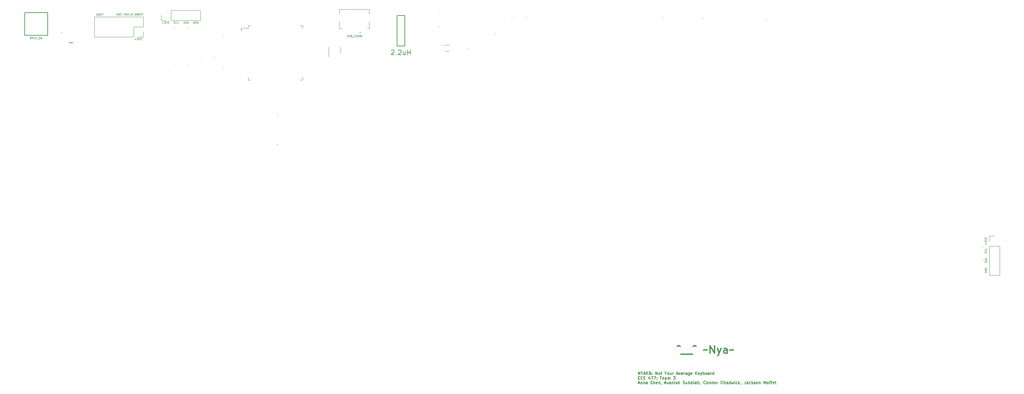
<source format=gbr>
%TF.GenerationSoftware,KiCad,Pcbnew,6.0.2+dfsg-1*%
%TF.CreationDate,2022-10-18T16:07:56-04:00*%
%TF.ProjectId,main-keyboard-pcb,6d61696e-2d6b-4657-9962-6f6172642d70,1.0*%
%TF.SameCoordinates,Original*%
%TF.FileFunction,Legend,Top*%
%TF.FilePolarity,Positive*%
%FSLAX46Y46*%
G04 Gerber Fmt 4.6, Leading zero omitted, Abs format (unit mm)*
G04 Created by KiCad (PCBNEW 6.0.2+dfsg-1) date 2022-10-18 16:07:56*
%MOMM*%
%LPD*%
G01*
G04 APERTURE LIST*
%ADD10C,0.125000*%
%ADD11C,0.150000*%
%ADD12C,0.300000*%
%ADD13C,0.200000*%
%ADD14C,0.100000*%
%ADD15C,0.120000*%
G04 APERTURE END LIST*
D10*
X145058571Y-82992190D02*
X145058571Y-82492190D01*
X145344285Y-82992190D01*
X145344285Y-82492190D01*
X145868095Y-82992190D02*
X145701428Y-82754095D01*
X145582380Y-82992190D02*
X145582380Y-82492190D01*
X145772857Y-82492190D01*
X145820476Y-82516000D01*
X145844285Y-82539809D01*
X145868095Y-82587428D01*
X145868095Y-82658857D01*
X145844285Y-82706476D01*
X145820476Y-82730285D01*
X145772857Y-82754095D01*
X145582380Y-82754095D01*
X146058571Y-82968380D02*
X146130000Y-82992190D01*
X146249047Y-82992190D01*
X146296666Y-82968380D01*
X146320476Y-82944571D01*
X146344285Y-82896952D01*
X146344285Y-82849333D01*
X146320476Y-82801714D01*
X146296666Y-82777904D01*
X146249047Y-82754095D01*
X146153809Y-82730285D01*
X146106190Y-82706476D01*
X146082380Y-82682666D01*
X146058571Y-82635047D01*
X146058571Y-82587428D01*
X146082380Y-82539809D01*
X146106190Y-82516000D01*
X146153809Y-82492190D01*
X146272857Y-82492190D01*
X146344285Y-82516000D01*
X146487142Y-82492190D02*
X146772857Y-82492190D01*
X146630000Y-82992190D02*
X146630000Y-82492190D01*
X377392380Y-145121238D02*
X377416190Y-145049809D01*
X377416190Y-144930761D01*
X377392380Y-144883142D01*
X377368571Y-144859333D01*
X377320952Y-144835523D01*
X377273333Y-144835523D01*
X377225714Y-144859333D01*
X377201904Y-144883142D01*
X377178095Y-144930761D01*
X377154285Y-145026000D01*
X377130476Y-145073619D01*
X377106666Y-145097428D01*
X377059047Y-145121238D01*
X377011428Y-145121238D01*
X376963809Y-145097428D01*
X376940000Y-145073619D01*
X376916190Y-145026000D01*
X376916190Y-144906952D01*
X376940000Y-144835523D01*
X377368571Y-144335523D02*
X377392380Y-144359333D01*
X377416190Y-144430761D01*
X377416190Y-144478380D01*
X377392380Y-144549809D01*
X377344761Y-144597428D01*
X377297142Y-144621238D01*
X377201904Y-144645047D01*
X377130476Y-144645047D01*
X377035238Y-144621238D01*
X376987619Y-144597428D01*
X376940000Y-144549809D01*
X376916190Y-144478380D01*
X376916190Y-144430761D01*
X376940000Y-144359333D01*
X376963809Y-144335523D01*
X377416190Y-143883142D02*
X377416190Y-144121238D01*
X376916190Y-144121238D01*
X165266761Y-85038380D02*
X165338190Y-85062190D01*
X165457238Y-85062190D01*
X165504857Y-85038380D01*
X165528666Y-85014571D01*
X165552476Y-84966952D01*
X165552476Y-84919333D01*
X165528666Y-84871714D01*
X165504857Y-84847904D01*
X165457238Y-84824095D01*
X165362000Y-84800285D01*
X165314380Y-84776476D01*
X165290571Y-84752666D01*
X165266761Y-84705047D01*
X165266761Y-84657428D01*
X165290571Y-84609809D01*
X165314380Y-84586000D01*
X165362000Y-84562190D01*
X165481047Y-84562190D01*
X165552476Y-84586000D01*
X166052476Y-85014571D02*
X166028666Y-85038380D01*
X165957238Y-85062190D01*
X165909619Y-85062190D01*
X165838190Y-85038380D01*
X165790571Y-84990761D01*
X165766761Y-84943142D01*
X165742952Y-84847904D01*
X165742952Y-84776476D01*
X165766761Y-84681238D01*
X165790571Y-84633619D01*
X165838190Y-84586000D01*
X165909619Y-84562190D01*
X165957238Y-84562190D01*
X166028666Y-84586000D01*
X166052476Y-84609809D01*
X166504857Y-85062190D02*
X166266761Y-85062190D01*
X166266761Y-84562190D01*
X162187047Y-84871714D02*
X162568000Y-84871714D01*
X162377523Y-85062190D02*
X162377523Y-84681238D01*
X162758476Y-84562190D02*
X163068000Y-84562190D01*
X162901333Y-84752666D01*
X162972761Y-84752666D01*
X163020380Y-84776476D01*
X163044190Y-84800285D01*
X163068000Y-84847904D01*
X163068000Y-84966952D01*
X163044190Y-85014571D01*
X163020380Y-85038380D01*
X162972761Y-85062190D01*
X162829904Y-85062190D01*
X162782285Y-85038380D01*
X162758476Y-85014571D01*
X163210857Y-84562190D02*
X163377523Y-85062190D01*
X163544190Y-84562190D01*
X163663238Y-84562190D02*
X163972761Y-84562190D01*
X163806095Y-84752666D01*
X163877523Y-84752666D01*
X163925142Y-84776476D01*
X163948952Y-84800285D01*
X163972761Y-84847904D01*
X163972761Y-84966952D01*
X163948952Y-85014571D01*
X163925142Y-85038380D01*
X163877523Y-85062190D01*
X163734666Y-85062190D01*
X163687047Y-85038380D01*
X163663238Y-85014571D01*
D11*
X286534071Y-176931785D02*
X286534071Y-176181785D01*
X286962642Y-176931785D01*
X286962642Y-176181785D01*
X287462642Y-176574642D02*
X287462642Y-176931785D01*
X287212642Y-176181785D02*
X287462642Y-176574642D01*
X287712642Y-176181785D01*
X287926928Y-176717500D02*
X288284071Y-176717500D01*
X287855500Y-176931785D02*
X288105500Y-176181785D01*
X288355500Y-176931785D01*
X288605500Y-176931785D02*
X288605500Y-176181785D01*
X289034071Y-176931785D02*
X288712642Y-176503214D01*
X289034071Y-176181785D02*
X288605500Y-176610357D01*
X289605500Y-176538928D02*
X289712642Y-176574642D01*
X289748357Y-176610357D01*
X289784071Y-176681785D01*
X289784071Y-176788928D01*
X289748357Y-176860357D01*
X289712642Y-176896071D01*
X289641214Y-176931785D01*
X289355500Y-176931785D01*
X289355500Y-176181785D01*
X289605500Y-176181785D01*
X289676928Y-176217500D01*
X289712642Y-176253214D01*
X289748357Y-176324642D01*
X289748357Y-176396071D01*
X289712642Y-176467500D01*
X289676928Y-176503214D01*
X289605500Y-176538928D01*
X289355500Y-176538928D01*
X290105500Y-176860357D02*
X290141214Y-176896071D01*
X290105500Y-176931785D01*
X290069785Y-176896071D01*
X290105500Y-176860357D01*
X290105500Y-176931785D01*
X290105500Y-176467500D02*
X290141214Y-176503214D01*
X290105500Y-176538928D01*
X290069785Y-176503214D01*
X290105500Y-176467500D01*
X290105500Y-176538928D01*
X291034071Y-176931785D02*
X291034071Y-176181785D01*
X291462642Y-176931785D01*
X291462642Y-176181785D01*
X291926928Y-176931785D02*
X291855500Y-176896071D01*
X291819785Y-176860357D01*
X291784071Y-176788928D01*
X291784071Y-176574642D01*
X291819785Y-176503214D01*
X291855500Y-176467500D01*
X291926928Y-176431785D01*
X292034071Y-176431785D01*
X292105500Y-176467500D01*
X292141214Y-176503214D01*
X292176928Y-176574642D01*
X292176928Y-176788928D01*
X292141214Y-176860357D01*
X292105500Y-176896071D01*
X292034071Y-176931785D01*
X291926928Y-176931785D01*
X292391214Y-176431785D02*
X292676928Y-176431785D01*
X292498357Y-176181785D02*
X292498357Y-176824642D01*
X292534071Y-176896071D01*
X292605500Y-176931785D01*
X292676928Y-176931785D01*
X293641214Y-176574642D02*
X293641214Y-176931785D01*
X293391214Y-176181785D02*
X293641214Y-176574642D01*
X293891214Y-176181785D01*
X294248357Y-176931785D02*
X294176928Y-176896071D01*
X294141214Y-176860357D01*
X294105500Y-176788928D01*
X294105500Y-176574642D01*
X294141214Y-176503214D01*
X294176928Y-176467500D01*
X294248357Y-176431785D01*
X294355500Y-176431785D01*
X294426928Y-176467500D01*
X294462642Y-176503214D01*
X294498357Y-176574642D01*
X294498357Y-176788928D01*
X294462642Y-176860357D01*
X294426928Y-176896071D01*
X294355500Y-176931785D01*
X294248357Y-176931785D01*
X295141214Y-176431785D02*
X295141214Y-176931785D01*
X294819785Y-176431785D02*
X294819785Y-176824642D01*
X294855500Y-176896071D01*
X294926928Y-176931785D01*
X295034071Y-176931785D01*
X295105500Y-176896071D01*
X295141214Y-176860357D01*
X295498357Y-176931785D02*
X295498357Y-176431785D01*
X295498357Y-176574642D02*
X295534071Y-176503214D01*
X295569785Y-176467500D01*
X295641214Y-176431785D01*
X295712642Y-176431785D01*
X296498357Y-176717500D02*
X296855500Y-176717500D01*
X296426928Y-176931785D02*
X296676928Y-176181785D01*
X296926928Y-176931785D01*
X297105500Y-176431785D02*
X297284071Y-176931785D01*
X297462642Y-176431785D01*
X298034071Y-176896071D02*
X297962642Y-176931785D01*
X297819785Y-176931785D01*
X297748357Y-176896071D01*
X297712642Y-176824642D01*
X297712642Y-176538928D01*
X297748357Y-176467500D01*
X297819785Y-176431785D01*
X297962642Y-176431785D01*
X298034071Y-176467500D01*
X298069785Y-176538928D01*
X298069785Y-176610357D01*
X297712642Y-176681785D01*
X298391214Y-176931785D02*
X298391214Y-176431785D01*
X298391214Y-176574642D02*
X298426928Y-176503214D01*
X298462642Y-176467500D01*
X298534071Y-176431785D01*
X298605500Y-176431785D01*
X299176928Y-176931785D02*
X299176928Y-176538928D01*
X299141214Y-176467500D01*
X299069785Y-176431785D01*
X298926928Y-176431785D01*
X298855500Y-176467500D01*
X299176928Y-176896071D02*
X299105500Y-176931785D01*
X298926928Y-176931785D01*
X298855500Y-176896071D01*
X298819785Y-176824642D01*
X298819785Y-176753214D01*
X298855500Y-176681785D01*
X298926928Y-176646071D01*
X299105500Y-176646071D01*
X299176928Y-176610357D01*
X299855500Y-176431785D02*
X299855500Y-177038928D01*
X299819785Y-177110357D01*
X299784071Y-177146071D01*
X299712642Y-177181785D01*
X299605500Y-177181785D01*
X299534071Y-177146071D01*
X299855500Y-176896071D02*
X299784071Y-176931785D01*
X299641214Y-176931785D01*
X299569785Y-176896071D01*
X299534071Y-176860357D01*
X299498357Y-176788928D01*
X299498357Y-176574642D01*
X299534071Y-176503214D01*
X299569785Y-176467500D01*
X299641214Y-176431785D01*
X299784071Y-176431785D01*
X299855500Y-176467500D01*
X300498357Y-176896071D02*
X300426928Y-176931785D01*
X300284071Y-176931785D01*
X300212642Y-176896071D01*
X300176928Y-176824642D01*
X300176928Y-176538928D01*
X300212642Y-176467500D01*
X300284071Y-176431785D01*
X300426928Y-176431785D01*
X300498357Y-176467500D01*
X300534071Y-176538928D01*
X300534071Y-176610357D01*
X300176928Y-176681785D01*
X301426928Y-176931785D02*
X301426928Y-176181785D01*
X301855500Y-176931785D02*
X301534071Y-176503214D01*
X301855500Y-176181785D02*
X301426928Y-176610357D01*
X302462642Y-176896071D02*
X302391214Y-176931785D01*
X302248357Y-176931785D01*
X302176928Y-176896071D01*
X302141214Y-176824642D01*
X302141214Y-176538928D01*
X302176928Y-176467500D01*
X302248357Y-176431785D01*
X302391214Y-176431785D01*
X302462642Y-176467500D01*
X302498357Y-176538928D01*
X302498357Y-176610357D01*
X302141214Y-176681785D01*
X302748357Y-176431785D02*
X302926928Y-176931785D01*
X303105500Y-176431785D02*
X302926928Y-176931785D01*
X302855500Y-177110357D01*
X302819785Y-177146071D01*
X302748357Y-177181785D01*
X303391214Y-176931785D02*
X303391214Y-176181785D01*
X303391214Y-176467500D02*
X303462642Y-176431785D01*
X303605500Y-176431785D01*
X303676928Y-176467500D01*
X303712642Y-176503214D01*
X303748357Y-176574642D01*
X303748357Y-176788928D01*
X303712642Y-176860357D01*
X303676928Y-176896071D01*
X303605500Y-176931785D01*
X303462642Y-176931785D01*
X303391214Y-176896071D01*
X304176928Y-176931785D02*
X304105500Y-176896071D01*
X304069785Y-176860357D01*
X304034071Y-176788928D01*
X304034071Y-176574642D01*
X304069785Y-176503214D01*
X304105500Y-176467500D01*
X304176928Y-176431785D01*
X304284071Y-176431785D01*
X304355500Y-176467500D01*
X304391214Y-176503214D01*
X304426928Y-176574642D01*
X304426928Y-176788928D01*
X304391214Y-176860357D01*
X304355500Y-176896071D01*
X304284071Y-176931785D01*
X304176928Y-176931785D01*
X305069785Y-176931785D02*
X305069785Y-176538928D01*
X305034071Y-176467500D01*
X304962642Y-176431785D01*
X304819785Y-176431785D01*
X304748357Y-176467500D01*
X305069785Y-176896071D02*
X304998357Y-176931785D01*
X304819785Y-176931785D01*
X304748357Y-176896071D01*
X304712642Y-176824642D01*
X304712642Y-176753214D01*
X304748357Y-176681785D01*
X304819785Y-176646071D01*
X304998357Y-176646071D01*
X305069785Y-176610357D01*
X305426928Y-176931785D02*
X305426928Y-176431785D01*
X305426928Y-176574642D02*
X305462642Y-176503214D01*
X305498357Y-176467500D01*
X305569785Y-176431785D01*
X305641214Y-176431785D01*
X306212642Y-176931785D02*
X306212642Y-176181785D01*
X306212642Y-176896071D02*
X306141214Y-176931785D01*
X305998357Y-176931785D01*
X305926928Y-176896071D01*
X305891214Y-176860357D01*
X305855500Y-176788928D01*
X305855500Y-176574642D01*
X305891214Y-176503214D01*
X305926928Y-176467500D01*
X305998357Y-176431785D01*
X306141214Y-176431785D01*
X306212642Y-176467500D01*
X286534071Y-177746428D02*
X286784071Y-177746428D01*
X286891214Y-178139285D02*
X286534071Y-178139285D01*
X286534071Y-177389285D01*
X286891214Y-177389285D01*
X287641214Y-178067857D02*
X287605500Y-178103571D01*
X287498357Y-178139285D01*
X287426928Y-178139285D01*
X287319785Y-178103571D01*
X287248357Y-178032142D01*
X287212642Y-177960714D01*
X287176928Y-177817857D01*
X287176928Y-177710714D01*
X287212642Y-177567857D01*
X287248357Y-177496428D01*
X287319785Y-177425000D01*
X287426928Y-177389285D01*
X287498357Y-177389285D01*
X287605500Y-177425000D01*
X287641214Y-177460714D01*
X287962642Y-177746428D02*
X288212642Y-177746428D01*
X288319785Y-178139285D02*
X287962642Y-178139285D01*
X287962642Y-177389285D01*
X288319785Y-177389285D01*
X289534071Y-177639285D02*
X289534071Y-178139285D01*
X289355500Y-177353571D02*
X289176928Y-177889285D01*
X289641214Y-177889285D01*
X289855500Y-177389285D02*
X290355500Y-177389285D01*
X290034071Y-178139285D01*
X290569785Y-177389285D02*
X291069785Y-177389285D01*
X290748357Y-178139285D01*
X291355500Y-178067857D02*
X291391214Y-178103571D01*
X291355500Y-178139285D01*
X291319785Y-178103571D01*
X291355500Y-178067857D01*
X291355500Y-178139285D01*
X291355500Y-177675000D02*
X291391214Y-177710714D01*
X291355500Y-177746428D01*
X291319785Y-177710714D01*
X291355500Y-177675000D01*
X291355500Y-177746428D01*
X292176928Y-177389285D02*
X292605500Y-177389285D01*
X292391214Y-178139285D02*
X292391214Y-177389285D01*
X293141214Y-178103571D02*
X293069785Y-178139285D01*
X292926928Y-178139285D01*
X292855500Y-178103571D01*
X292819785Y-178032142D01*
X292819785Y-177746428D01*
X292855500Y-177675000D01*
X292926928Y-177639285D01*
X293069785Y-177639285D01*
X293141214Y-177675000D01*
X293176928Y-177746428D01*
X293176928Y-177817857D01*
X292819785Y-177889285D01*
X293819785Y-178139285D02*
X293819785Y-177746428D01*
X293784071Y-177675000D01*
X293712642Y-177639285D01*
X293569785Y-177639285D01*
X293498357Y-177675000D01*
X293819785Y-178103571D02*
X293748357Y-178139285D01*
X293569785Y-178139285D01*
X293498357Y-178103571D01*
X293462642Y-178032142D01*
X293462642Y-177960714D01*
X293498357Y-177889285D01*
X293569785Y-177853571D01*
X293748357Y-177853571D01*
X293819785Y-177817857D01*
X294176928Y-178139285D02*
X294176928Y-177639285D01*
X294176928Y-177710714D02*
X294212642Y-177675000D01*
X294284071Y-177639285D01*
X294391214Y-177639285D01*
X294462642Y-177675000D01*
X294498357Y-177746428D01*
X294498357Y-178139285D01*
X294498357Y-177746428D02*
X294534071Y-177675000D01*
X294605500Y-177639285D01*
X294712642Y-177639285D01*
X294784071Y-177675000D01*
X294819785Y-177746428D01*
X294819785Y-178139285D01*
X295676928Y-177389285D02*
X296141214Y-177389285D01*
X295891214Y-177675000D01*
X295998357Y-177675000D01*
X296069785Y-177710714D01*
X296105500Y-177746428D01*
X296141214Y-177817857D01*
X296141214Y-177996428D01*
X296105500Y-178067857D01*
X296069785Y-178103571D01*
X295998357Y-178139285D01*
X295784071Y-178139285D01*
X295712642Y-178103571D01*
X295676928Y-178067857D01*
X286498357Y-179132500D02*
X286855500Y-179132500D01*
X286426928Y-179346785D02*
X286676928Y-178596785D01*
X286926928Y-179346785D01*
X287176928Y-178846785D02*
X287176928Y-179346785D01*
X287176928Y-178918214D02*
X287212642Y-178882500D01*
X287284071Y-178846785D01*
X287391214Y-178846785D01*
X287462642Y-178882500D01*
X287498357Y-178953928D01*
X287498357Y-179346785D01*
X287855500Y-178846785D02*
X287855500Y-179346785D01*
X287855500Y-178918214D02*
X287891214Y-178882500D01*
X287962642Y-178846785D01*
X288069785Y-178846785D01*
X288141214Y-178882500D01*
X288176928Y-178953928D01*
X288176928Y-179346785D01*
X288855500Y-179346785D02*
X288855500Y-178953928D01*
X288819785Y-178882500D01*
X288748357Y-178846785D01*
X288605500Y-178846785D01*
X288534071Y-178882500D01*
X288855500Y-179311071D02*
X288784071Y-179346785D01*
X288605500Y-179346785D01*
X288534071Y-179311071D01*
X288498357Y-179239642D01*
X288498357Y-179168214D01*
X288534071Y-179096785D01*
X288605500Y-179061071D01*
X288784071Y-179061071D01*
X288855500Y-179025357D01*
X289748357Y-179311071D02*
X289855500Y-179346785D01*
X290034071Y-179346785D01*
X290105500Y-179311071D01*
X290141214Y-179275357D01*
X290176928Y-179203928D01*
X290176928Y-179132500D01*
X290141214Y-179061071D01*
X290105500Y-179025357D01*
X290034071Y-178989642D01*
X289891214Y-178953928D01*
X289819785Y-178918214D01*
X289784071Y-178882500D01*
X289748357Y-178811071D01*
X289748357Y-178739642D01*
X289784071Y-178668214D01*
X289819785Y-178632500D01*
X289891214Y-178596785D01*
X290069785Y-178596785D01*
X290176928Y-178632500D01*
X290498357Y-179346785D02*
X290498357Y-178596785D01*
X290819785Y-179346785D02*
X290819785Y-178953928D01*
X290784071Y-178882500D01*
X290712642Y-178846785D01*
X290605500Y-178846785D01*
X290534071Y-178882500D01*
X290498357Y-178918214D01*
X291462642Y-179311071D02*
X291391214Y-179346785D01*
X291248357Y-179346785D01*
X291176928Y-179311071D01*
X291141214Y-179239642D01*
X291141214Y-178953928D01*
X291176928Y-178882500D01*
X291248357Y-178846785D01*
X291391214Y-178846785D01*
X291462642Y-178882500D01*
X291498357Y-178953928D01*
X291498357Y-179025357D01*
X291141214Y-179096785D01*
X291819785Y-178846785D02*
X291819785Y-179346785D01*
X291819785Y-178918214D02*
X291855500Y-178882500D01*
X291926928Y-178846785D01*
X292034071Y-178846785D01*
X292105500Y-178882500D01*
X292141214Y-178953928D01*
X292141214Y-179346785D01*
X292534071Y-179311071D02*
X292534071Y-179346785D01*
X292498357Y-179418214D01*
X292462642Y-179453928D01*
X293391214Y-179132500D02*
X293748357Y-179132500D01*
X293319785Y-179346785D02*
X293569785Y-178596785D01*
X293819785Y-179346785D01*
X293998357Y-178846785D02*
X294176928Y-179346785D01*
X294355500Y-178846785D01*
X294962642Y-179346785D02*
X294962642Y-178953928D01*
X294926928Y-178882500D01*
X294855500Y-178846785D01*
X294712642Y-178846785D01*
X294641214Y-178882500D01*
X294962642Y-179311071D02*
X294891214Y-179346785D01*
X294712642Y-179346785D01*
X294641214Y-179311071D01*
X294605500Y-179239642D01*
X294605500Y-179168214D01*
X294641214Y-179096785D01*
X294712642Y-179061071D01*
X294891214Y-179061071D01*
X294962642Y-179025357D01*
X295319785Y-178846785D02*
X295319785Y-179346785D01*
X295319785Y-178918214D02*
X295355500Y-178882500D01*
X295426928Y-178846785D01*
X295534071Y-178846785D01*
X295605500Y-178882500D01*
X295641214Y-178953928D01*
X295641214Y-179346785D01*
X295998357Y-179346785D02*
X295998357Y-178846785D01*
X295998357Y-178596785D02*
X295962642Y-178632500D01*
X295998357Y-178668214D01*
X296034071Y-178632500D01*
X295998357Y-178596785D01*
X295998357Y-178668214D01*
X296319785Y-179311071D02*
X296391214Y-179346785D01*
X296534071Y-179346785D01*
X296605500Y-179311071D01*
X296641214Y-179239642D01*
X296641214Y-179203928D01*
X296605500Y-179132500D01*
X296534071Y-179096785D01*
X296426928Y-179096785D01*
X296355500Y-179061071D01*
X296319785Y-178989642D01*
X296319785Y-178953928D01*
X296355500Y-178882500D01*
X296426928Y-178846785D01*
X296534071Y-178846785D01*
X296605500Y-178882500D01*
X296962642Y-179346785D02*
X296962642Y-178596785D01*
X297284071Y-179346785D02*
X297284071Y-178953928D01*
X297248357Y-178882500D01*
X297176928Y-178846785D01*
X297069785Y-178846785D01*
X296998357Y-178882500D01*
X296962642Y-178918214D01*
X298176928Y-179311071D02*
X298284071Y-179346785D01*
X298462642Y-179346785D01*
X298534071Y-179311071D01*
X298569785Y-179275357D01*
X298605500Y-179203928D01*
X298605500Y-179132500D01*
X298569785Y-179061071D01*
X298534071Y-179025357D01*
X298462642Y-178989642D01*
X298319785Y-178953928D01*
X298248357Y-178918214D01*
X298212642Y-178882500D01*
X298176928Y-178811071D01*
X298176928Y-178739642D01*
X298212642Y-178668214D01*
X298248357Y-178632500D01*
X298319785Y-178596785D01*
X298498357Y-178596785D01*
X298605500Y-178632500D01*
X299248357Y-178846785D02*
X299248357Y-179346785D01*
X298926928Y-178846785D02*
X298926928Y-179239642D01*
X298962642Y-179311071D01*
X299034071Y-179346785D01*
X299141214Y-179346785D01*
X299212642Y-179311071D01*
X299248357Y-179275357D01*
X299605500Y-179346785D02*
X299605500Y-178596785D01*
X299605500Y-178882500D02*
X299676928Y-178846785D01*
X299819785Y-178846785D01*
X299891214Y-178882500D01*
X299926928Y-178918214D01*
X299962642Y-178989642D01*
X299962642Y-179203928D01*
X299926928Y-179275357D01*
X299891214Y-179311071D01*
X299819785Y-179346785D01*
X299676928Y-179346785D01*
X299605500Y-179311071D01*
X300284071Y-179346785D02*
X300284071Y-178596785D01*
X300284071Y-178882500D02*
X300355500Y-178846785D01*
X300498357Y-178846785D01*
X300569785Y-178882500D01*
X300605500Y-178918214D01*
X300641214Y-178989642D01*
X300641214Y-179203928D01*
X300605500Y-179275357D01*
X300569785Y-179311071D01*
X300498357Y-179346785D01*
X300355500Y-179346785D01*
X300284071Y-179311071D01*
X300962642Y-179346785D02*
X300962642Y-178846785D01*
X300962642Y-178596785D02*
X300926928Y-178632500D01*
X300962642Y-178668214D01*
X300998357Y-178632500D01*
X300962642Y-178596785D01*
X300962642Y-178668214D01*
X301641214Y-179346785D02*
X301641214Y-178953928D01*
X301605500Y-178882500D01*
X301534071Y-178846785D01*
X301391214Y-178846785D01*
X301319785Y-178882500D01*
X301641214Y-179311071D02*
X301569785Y-179346785D01*
X301391214Y-179346785D01*
X301319785Y-179311071D01*
X301284071Y-179239642D01*
X301284071Y-179168214D01*
X301319785Y-179096785D01*
X301391214Y-179061071D01*
X301569785Y-179061071D01*
X301641214Y-179025357D01*
X301998357Y-179346785D02*
X301998357Y-178596785D01*
X302319785Y-179346785D02*
X302319785Y-178953928D01*
X302284071Y-178882500D01*
X302212642Y-178846785D01*
X302105500Y-178846785D01*
X302034071Y-178882500D01*
X301998357Y-178918214D01*
X302712642Y-179311071D02*
X302712642Y-179346785D01*
X302676928Y-179418214D01*
X302641214Y-179453928D01*
X304034071Y-179275357D02*
X303998357Y-179311071D01*
X303891214Y-179346785D01*
X303819785Y-179346785D01*
X303712642Y-179311071D01*
X303641214Y-179239642D01*
X303605500Y-179168214D01*
X303569785Y-179025357D01*
X303569785Y-178918214D01*
X303605500Y-178775357D01*
X303641214Y-178703928D01*
X303712642Y-178632500D01*
X303819785Y-178596785D01*
X303891214Y-178596785D01*
X303998357Y-178632500D01*
X304034071Y-178668214D01*
X304462642Y-179346785D02*
X304391214Y-179311071D01*
X304355500Y-179275357D01*
X304319785Y-179203928D01*
X304319785Y-178989642D01*
X304355500Y-178918214D01*
X304391214Y-178882500D01*
X304462642Y-178846785D01*
X304569785Y-178846785D01*
X304641214Y-178882500D01*
X304676928Y-178918214D01*
X304712642Y-178989642D01*
X304712642Y-179203928D01*
X304676928Y-179275357D01*
X304641214Y-179311071D01*
X304569785Y-179346785D01*
X304462642Y-179346785D01*
X305034071Y-178846785D02*
X305034071Y-179346785D01*
X305034071Y-178918214D02*
X305069785Y-178882500D01*
X305141214Y-178846785D01*
X305248357Y-178846785D01*
X305319785Y-178882500D01*
X305355500Y-178953928D01*
X305355500Y-179346785D01*
X305712642Y-178846785D02*
X305712642Y-179346785D01*
X305712642Y-178918214D02*
X305748357Y-178882500D01*
X305819785Y-178846785D01*
X305926928Y-178846785D01*
X305998357Y-178882500D01*
X306034071Y-178953928D01*
X306034071Y-179346785D01*
X306498357Y-179346785D02*
X306426928Y-179311071D01*
X306391214Y-179275357D01*
X306355500Y-179203928D01*
X306355500Y-178989642D01*
X306391214Y-178918214D01*
X306426928Y-178882500D01*
X306498357Y-178846785D01*
X306605500Y-178846785D01*
X306676928Y-178882500D01*
X306712642Y-178918214D01*
X306748357Y-178989642D01*
X306748357Y-179203928D01*
X306712642Y-179275357D01*
X306676928Y-179311071D01*
X306605500Y-179346785D01*
X306498357Y-179346785D01*
X307069785Y-179346785D02*
X307069785Y-178846785D01*
X307069785Y-178989642D02*
X307105500Y-178918214D01*
X307141214Y-178882500D01*
X307212642Y-178846785D01*
X307284071Y-178846785D01*
X308534071Y-179275357D02*
X308498357Y-179311071D01*
X308391214Y-179346785D01*
X308319785Y-179346785D01*
X308212642Y-179311071D01*
X308141214Y-179239642D01*
X308105500Y-179168214D01*
X308069785Y-179025357D01*
X308069785Y-178918214D01*
X308105500Y-178775357D01*
X308141214Y-178703928D01*
X308212642Y-178632500D01*
X308319785Y-178596785D01*
X308391214Y-178596785D01*
X308498357Y-178632500D01*
X308534071Y-178668214D01*
X308855500Y-179346785D02*
X308855500Y-178596785D01*
X309176928Y-179346785D02*
X309176928Y-178953928D01*
X309141214Y-178882500D01*
X309069785Y-178846785D01*
X308962642Y-178846785D01*
X308891214Y-178882500D01*
X308855500Y-178918214D01*
X309855500Y-179346785D02*
X309855500Y-178953928D01*
X309819785Y-178882500D01*
X309748357Y-178846785D01*
X309605500Y-178846785D01*
X309534071Y-178882500D01*
X309855500Y-179311071D02*
X309784071Y-179346785D01*
X309605500Y-179346785D01*
X309534071Y-179311071D01*
X309498357Y-179239642D01*
X309498357Y-179168214D01*
X309534071Y-179096785D01*
X309605500Y-179061071D01*
X309784071Y-179061071D01*
X309855500Y-179025357D01*
X310534071Y-179346785D02*
X310534071Y-178596785D01*
X310534071Y-179311071D02*
X310462642Y-179346785D01*
X310319785Y-179346785D01*
X310248357Y-179311071D01*
X310212642Y-179275357D01*
X310176928Y-179203928D01*
X310176928Y-178989642D01*
X310212642Y-178918214D01*
X310248357Y-178882500D01*
X310319785Y-178846785D01*
X310462642Y-178846785D01*
X310534071Y-178882500D01*
X310819785Y-178846785D02*
X310962642Y-179346785D01*
X311105500Y-178989642D01*
X311248357Y-179346785D01*
X311391214Y-178846785D01*
X311676928Y-179346785D02*
X311676928Y-178846785D01*
X311676928Y-178596785D02*
X311641214Y-178632500D01*
X311676928Y-178668214D01*
X311712642Y-178632500D01*
X311676928Y-178596785D01*
X311676928Y-178668214D01*
X312355500Y-179311071D02*
X312284071Y-179346785D01*
X312141214Y-179346785D01*
X312069785Y-179311071D01*
X312034071Y-179275357D01*
X311998357Y-179203928D01*
X311998357Y-178989642D01*
X312034071Y-178918214D01*
X312069785Y-178882500D01*
X312141214Y-178846785D01*
X312284071Y-178846785D01*
X312355500Y-178882500D01*
X312676928Y-179346785D02*
X312676928Y-178596785D01*
X312748357Y-179061071D02*
X312962642Y-179346785D01*
X312962642Y-178846785D02*
X312676928Y-179132500D01*
X313319785Y-179311071D02*
X313319785Y-179346785D01*
X313284071Y-179418214D01*
X313248357Y-179453928D01*
X314426928Y-178596785D02*
X314426928Y-179132500D01*
X314391214Y-179239642D01*
X314319785Y-179311071D01*
X314212642Y-179346785D01*
X314141214Y-179346785D01*
X315105500Y-179346785D02*
X315105500Y-178953928D01*
X315069785Y-178882500D01*
X314998357Y-178846785D01*
X314855500Y-178846785D01*
X314784071Y-178882500D01*
X315105500Y-179311071D02*
X315034071Y-179346785D01*
X314855500Y-179346785D01*
X314784071Y-179311071D01*
X314748357Y-179239642D01*
X314748357Y-179168214D01*
X314784071Y-179096785D01*
X314855500Y-179061071D01*
X315034071Y-179061071D01*
X315105500Y-179025357D01*
X315784071Y-179311071D02*
X315712642Y-179346785D01*
X315569785Y-179346785D01*
X315498357Y-179311071D01*
X315462642Y-179275357D01*
X315426928Y-179203928D01*
X315426928Y-178989642D01*
X315462642Y-178918214D01*
X315498357Y-178882500D01*
X315569785Y-178846785D01*
X315712642Y-178846785D01*
X315784071Y-178882500D01*
X316105500Y-179346785D02*
X316105500Y-178596785D01*
X316176928Y-179061071D02*
X316391214Y-179346785D01*
X316391214Y-178846785D02*
X316105500Y-179132500D01*
X316676928Y-179311071D02*
X316748357Y-179346785D01*
X316891214Y-179346785D01*
X316962642Y-179311071D01*
X316998357Y-179239642D01*
X316998357Y-179203928D01*
X316962642Y-179132500D01*
X316891214Y-179096785D01*
X316784071Y-179096785D01*
X316712642Y-179061071D01*
X316676928Y-178989642D01*
X316676928Y-178953928D01*
X316712642Y-178882500D01*
X316784071Y-178846785D01*
X316891214Y-178846785D01*
X316962642Y-178882500D01*
X317426928Y-179346785D02*
X317355500Y-179311071D01*
X317319785Y-179275357D01*
X317284071Y-179203928D01*
X317284071Y-178989642D01*
X317319785Y-178918214D01*
X317355500Y-178882500D01*
X317426928Y-178846785D01*
X317534071Y-178846785D01*
X317605500Y-178882500D01*
X317641214Y-178918214D01*
X317676928Y-178989642D01*
X317676928Y-179203928D01*
X317641214Y-179275357D01*
X317605500Y-179311071D01*
X317534071Y-179346785D01*
X317426928Y-179346785D01*
X317998357Y-178846785D02*
X317998357Y-179346785D01*
X317998357Y-178918214D02*
X318034071Y-178882500D01*
X318105500Y-178846785D01*
X318212642Y-178846785D01*
X318284071Y-178882500D01*
X318319785Y-178953928D01*
X318319785Y-179346785D01*
X319248357Y-179346785D02*
X319248357Y-178596785D01*
X319498357Y-179132500D01*
X319748357Y-178596785D01*
X319748357Y-179346785D01*
X320212642Y-179346785D02*
X320141214Y-179311071D01*
X320105500Y-179275357D01*
X320069785Y-179203928D01*
X320069785Y-178989642D01*
X320105500Y-178918214D01*
X320141214Y-178882500D01*
X320212642Y-178846785D01*
X320319785Y-178846785D01*
X320391214Y-178882500D01*
X320426928Y-178918214D01*
X320462642Y-178989642D01*
X320462642Y-179203928D01*
X320426928Y-179275357D01*
X320391214Y-179311071D01*
X320319785Y-179346785D01*
X320212642Y-179346785D01*
X320676928Y-178846785D02*
X320962642Y-178846785D01*
X320784071Y-179346785D02*
X320784071Y-178703928D01*
X320819785Y-178632500D01*
X320891214Y-178596785D01*
X320962642Y-178596785D01*
X321105500Y-178846785D02*
X321391214Y-178846785D01*
X321212642Y-179346785D02*
X321212642Y-178703928D01*
X321248357Y-178632500D01*
X321319785Y-178596785D01*
X321391214Y-178596785D01*
X321926928Y-179311071D02*
X321855500Y-179346785D01*
X321712642Y-179346785D01*
X321641214Y-179311071D01*
X321605500Y-179239642D01*
X321605500Y-178953928D01*
X321641214Y-178882500D01*
X321712642Y-178846785D01*
X321855500Y-178846785D01*
X321926928Y-178882500D01*
X321962642Y-178953928D01*
X321962642Y-179025357D01*
X321605500Y-179096785D01*
X322176928Y-178846785D02*
X322462642Y-178846785D01*
X322284071Y-178596785D02*
X322284071Y-179239642D01*
X322319785Y-179311071D01*
X322391214Y-179346785D01*
X322462642Y-179346785D01*
D10*
X377392380Y-147673142D02*
X377416190Y-147601714D01*
X377416190Y-147482666D01*
X377392380Y-147435047D01*
X377368571Y-147411238D01*
X377320952Y-147387428D01*
X377273333Y-147387428D01*
X377225714Y-147411238D01*
X377201904Y-147435047D01*
X377178095Y-147482666D01*
X377154285Y-147577904D01*
X377130476Y-147625523D01*
X377106666Y-147649333D01*
X377059047Y-147673142D01*
X377011428Y-147673142D01*
X376963809Y-147649333D01*
X376940000Y-147625523D01*
X376916190Y-147577904D01*
X376916190Y-147458857D01*
X376940000Y-147387428D01*
X377416190Y-147173142D02*
X376916190Y-147173142D01*
X376916190Y-147054095D01*
X376940000Y-146982666D01*
X376987619Y-146935047D01*
X377035238Y-146911238D01*
X377130476Y-146887428D01*
X377201904Y-146887428D01*
X377297142Y-146911238D01*
X377344761Y-146935047D01*
X377392380Y-146982666D01*
X377416190Y-147054095D01*
X377416190Y-147173142D01*
X377273333Y-146696952D02*
X377273333Y-146458857D01*
X377416190Y-146744571D02*
X376916190Y-146577904D01*
X377416190Y-146411238D01*
X377225714Y-142866952D02*
X377225714Y-142486000D01*
X377416190Y-142676476D02*
X377035238Y-142676476D01*
X376916190Y-142295523D02*
X376916190Y-141986000D01*
X377106666Y-142152666D01*
X377106666Y-142081238D01*
X377130476Y-142033619D01*
X377154285Y-142009809D01*
X377201904Y-141986000D01*
X377320952Y-141986000D01*
X377368571Y-142009809D01*
X377392380Y-142033619D01*
X377416190Y-142081238D01*
X377416190Y-142224095D01*
X377392380Y-142271714D01*
X377368571Y-142295523D01*
X376916190Y-141843142D02*
X377416190Y-141676476D01*
X376916190Y-141509809D01*
X376916190Y-141390761D02*
X376916190Y-141081238D01*
X377106666Y-141247904D01*
X377106666Y-141176476D01*
X377130476Y-141128857D01*
X377154285Y-141105047D01*
X377201904Y-141081238D01*
X377320952Y-141081238D01*
X377368571Y-141105047D01*
X377392380Y-141128857D01*
X377416190Y-141176476D01*
X377416190Y-141319333D01*
X377392380Y-141366952D01*
X377368571Y-141390761D01*
X210486857Y-88118190D02*
X210486857Y-88522952D01*
X210510666Y-88570571D01*
X210534476Y-88594380D01*
X210582095Y-88618190D01*
X210677333Y-88618190D01*
X210724952Y-88594380D01*
X210748761Y-88570571D01*
X210772571Y-88522952D01*
X210772571Y-88118190D01*
X210986857Y-88594380D02*
X211058285Y-88618190D01*
X211177333Y-88618190D01*
X211224952Y-88594380D01*
X211248761Y-88570571D01*
X211272571Y-88522952D01*
X211272571Y-88475333D01*
X211248761Y-88427714D01*
X211224952Y-88403904D01*
X211177333Y-88380095D01*
X211082095Y-88356285D01*
X211034476Y-88332476D01*
X211010666Y-88308666D01*
X210986857Y-88261047D01*
X210986857Y-88213428D01*
X211010666Y-88165809D01*
X211034476Y-88142000D01*
X211082095Y-88118190D01*
X211201142Y-88118190D01*
X211272571Y-88142000D01*
X211653523Y-88356285D02*
X211724952Y-88380095D01*
X211748761Y-88403904D01*
X211772571Y-88451523D01*
X211772571Y-88522952D01*
X211748761Y-88570571D01*
X211724952Y-88594380D01*
X211677333Y-88618190D01*
X211486857Y-88618190D01*
X211486857Y-88118190D01*
X211653523Y-88118190D01*
X211701142Y-88142000D01*
X211724952Y-88165809D01*
X211748761Y-88213428D01*
X211748761Y-88261047D01*
X211724952Y-88308666D01*
X211701142Y-88332476D01*
X211653523Y-88356285D01*
X211486857Y-88356285D01*
X211867809Y-88665809D02*
X212248761Y-88665809D01*
X212653523Y-88570571D02*
X212629714Y-88594380D01*
X212558285Y-88618190D01*
X212510666Y-88618190D01*
X212439238Y-88594380D01*
X212391619Y-88546761D01*
X212367809Y-88499142D01*
X212344000Y-88403904D01*
X212344000Y-88332476D01*
X212367809Y-88237238D01*
X212391619Y-88189619D01*
X212439238Y-88142000D01*
X212510666Y-88118190D01*
X212558285Y-88118190D01*
X212629714Y-88142000D01*
X212653523Y-88165809D01*
X212963047Y-88118190D02*
X213058285Y-88118190D01*
X213105904Y-88142000D01*
X213153523Y-88189619D01*
X213177333Y-88284857D01*
X213177333Y-88451523D01*
X213153523Y-88546761D01*
X213105904Y-88594380D01*
X213058285Y-88618190D01*
X212963047Y-88618190D01*
X212915428Y-88594380D01*
X212867809Y-88546761D01*
X212844000Y-88451523D01*
X212844000Y-88284857D01*
X212867809Y-88189619D01*
X212915428Y-88142000D01*
X212963047Y-88118190D01*
X213391619Y-88618190D02*
X213391619Y-88118190D01*
X213677333Y-88618190D01*
X213677333Y-88118190D01*
X213915428Y-88618190D02*
X213915428Y-88118190D01*
X214201142Y-88618190D01*
X214201142Y-88118190D01*
X154980476Y-82878380D02*
X155051904Y-82902190D01*
X155170952Y-82902190D01*
X155218571Y-82878380D01*
X155242380Y-82854571D01*
X155266190Y-82806952D01*
X155266190Y-82759333D01*
X155242380Y-82711714D01*
X155218571Y-82687904D01*
X155170952Y-82664095D01*
X155075714Y-82640285D01*
X155028095Y-82616476D01*
X155004285Y-82592666D01*
X154980476Y-82545047D01*
X154980476Y-82497428D01*
X155004285Y-82449809D01*
X155028095Y-82426000D01*
X155075714Y-82402190D01*
X155194761Y-82402190D01*
X155266190Y-82426000D01*
X155432857Y-82402190D02*
X155551904Y-82902190D01*
X155647142Y-82545047D01*
X155742380Y-82902190D01*
X155861428Y-82402190D01*
X156051904Y-82902190D02*
X156051904Y-82402190D01*
X156170952Y-82402190D01*
X156242380Y-82426000D01*
X156290000Y-82473619D01*
X156313809Y-82521238D01*
X156337619Y-82616476D01*
X156337619Y-82687904D01*
X156313809Y-82783142D01*
X156290000Y-82830761D01*
X156242380Y-82878380D01*
X156170952Y-82902190D01*
X156051904Y-82902190D01*
X156551904Y-82902190D02*
X156551904Y-82402190D01*
X156885238Y-82402190D02*
X156980476Y-82402190D01*
X157028095Y-82426000D01*
X157075714Y-82473619D01*
X157099523Y-82568857D01*
X157099523Y-82735523D01*
X157075714Y-82830761D01*
X157028095Y-82878380D01*
X156980476Y-82902190D01*
X156885238Y-82902190D01*
X156837619Y-82878380D01*
X156790000Y-82830761D01*
X156766190Y-82735523D01*
X156766190Y-82568857D01*
X156790000Y-82473619D01*
X156837619Y-82426000D01*
X156885238Y-82402190D01*
X150279523Y-82888380D02*
X150350952Y-82912190D01*
X150470000Y-82912190D01*
X150517619Y-82888380D01*
X150541428Y-82864571D01*
X150565238Y-82816952D01*
X150565238Y-82769333D01*
X150541428Y-82721714D01*
X150517619Y-82697904D01*
X150470000Y-82674095D01*
X150374761Y-82650285D01*
X150327142Y-82626476D01*
X150303333Y-82602666D01*
X150279523Y-82555047D01*
X150279523Y-82507428D01*
X150303333Y-82459809D01*
X150327142Y-82436000D01*
X150374761Y-82412190D01*
X150493809Y-82412190D01*
X150565238Y-82436000D01*
X150731904Y-82412190D02*
X150850952Y-82912190D01*
X150946190Y-82555047D01*
X151041428Y-82912190D01*
X151160476Y-82412190D01*
X151446190Y-82412190D02*
X151541428Y-82412190D01*
X151589047Y-82436000D01*
X151636666Y-82483619D01*
X151660476Y-82578857D01*
X151660476Y-82745523D01*
X151636666Y-82840761D01*
X151589047Y-82888380D01*
X151541428Y-82912190D01*
X151446190Y-82912190D01*
X151398571Y-82888380D01*
X151350952Y-82840761D01*
X151327142Y-82745523D01*
X151327142Y-82578857D01*
X151350952Y-82483619D01*
X151398571Y-82436000D01*
X151446190Y-82412190D01*
X127750285Y-89126190D02*
X127750285Y-88626190D01*
X128036000Y-89126190D01*
X128036000Y-88626190D01*
X128559809Y-89126190D02*
X128393142Y-88888095D01*
X128274095Y-89126190D02*
X128274095Y-88626190D01*
X128464571Y-88626190D01*
X128512190Y-88650000D01*
X128536000Y-88673809D01*
X128559809Y-88721428D01*
X128559809Y-88792857D01*
X128536000Y-88840476D01*
X128512190Y-88864285D01*
X128464571Y-88888095D01*
X128274095Y-88888095D01*
X128750285Y-89102380D02*
X128821714Y-89126190D01*
X128940761Y-89126190D01*
X128988380Y-89102380D01*
X129012190Y-89078571D01*
X129036000Y-89030952D01*
X129036000Y-88983333D01*
X129012190Y-88935714D01*
X128988380Y-88911904D01*
X128940761Y-88888095D01*
X128845523Y-88864285D01*
X128797904Y-88840476D01*
X128774095Y-88816666D01*
X128750285Y-88769047D01*
X128750285Y-88721428D01*
X128774095Y-88673809D01*
X128797904Y-88650000D01*
X128845523Y-88626190D01*
X128964571Y-88626190D01*
X129036000Y-88650000D01*
X129178857Y-88626190D02*
X129464571Y-88626190D01*
X129321714Y-89126190D02*
X129321714Y-88626190D01*
X129512190Y-89173809D02*
X129893142Y-89173809D01*
X129988380Y-89102380D02*
X130059809Y-89126190D01*
X130178857Y-89126190D01*
X130226476Y-89102380D01*
X130250285Y-89078571D01*
X130274095Y-89030952D01*
X130274095Y-88983333D01*
X130250285Y-88935714D01*
X130226476Y-88911904D01*
X130178857Y-88888095D01*
X130083619Y-88864285D01*
X130036000Y-88840476D01*
X130012190Y-88816666D01*
X129988380Y-88769047D01*
X129988380Y-88721428D01*
X130012190Y-88673809D01*
X130036000Y-88650000D01*
X130083619Y-88626190D01*
X130202666Y-88626190D01*
X130274095Y-88650000D01*
X130440761Y-88626190D02*
X130559809Y-89126190D01*
X130655047Y-88769047D01*
X130750285Y-89126190D01*
X130869333Y-88626190D01*
X154989047Y-89189714D02*
X155370000Y-89189714D01*
X155179523Y-89380190D02*
X155179523Y-88999238D01*
X155560476Y-88880190D02*
X155870000Y-88880190D01*
X155703333Y-89070666D01*
X155774761Y-89070666D01*
X155822380Y-89094476D01*
X155846190Y-89118285D01*
X155870000Y-89165904D01*
X155870000Y-89284952D01*
X155846190Y-89332571D01*
X155822380Y-89356380D01*
X155774761Y-89380190D01*
X155631904Y-89380190D01*
X155584285Y-89356380D01*
X155560476Y-89332571D01*
X156012857Y-88880190D02*
X156179523Y-89380190D01*
X156346190Y-88880190D01*
X156465238Y-88880190D02*
X156774761Y-88880190D01*
X156608095Y-89070666D01*
X156679523Y-89070666D01*
X156727142Y-89094476D01*
X156750952Y-89118285D01*
X156774761Y-89165904D01*
X156774761Y-89284952D01*
X156750952Y-89332571D01*
X156727142Y-89356380D01*
X156679523Y-89380190D01*
X156536666Y-89380190D01*
X156489047Y-89356380D01*
X156465238Y-89332571D01*
X167794857Y-85038380D02*
X167866285Y-85062190D01*
X167985333Y-85062190D01*
X168032952Y-85038380D01*
X168056761Y-85014571D01*
X168080571Y-84966952D01*
X168080571Y-84919333D01*
X168056761Y-84871714D01*
X168032952Y-84847904D01*
X167985333Y-84824095D01*
X167890095Y-84800285D01*
X167842476Y-84776476D01*
X167818666Y-84752666D01*
X167794857Y-84705047D01*
X167794857Y-84657428D01*
X167818666Y-84609809D01*
X167842476Y-84586000D01*
X167890095Y-84562190D01*
X168009142Y-84562190D01*
X168080571Y-84586000D01*
X168294857Y-85062190D02*
X168294857Y-84562190D01*
X168413904Y-84562190D01*
X168485333Y-84586000D01*
X168532952Y-84633619D01*
X168556761Y-84681238D01*
X168580571Y-84776476D01*
X168580571Y-84847904D01*
X168556761Y-84943142D01*
X168532952Y-84990761D01*
X168485333Y-85038380D01*
X168413904Y-85062190D01*
X168294857Y-85062190D01*
X168771047Y-84919333D02*
X169009142Y-84919333D01*
X168723428Y-85062190D02*
X168890095Y-84562190D01*
X169056761Y-85062190D01*
X170561047Y-84586000D02*
X170513428Y-84562190D01*
X170442000Y-84562190D01*
X170370571Y-84586000D01*
X170322952Y-84633619D01*
X170299142Y-84681238D01*
X170275333Y-84776476D01*
X170275333Y-84847904D01*
X170299142Y-84943142D01*
X170322952Y-84990761D01*
X170370571Y-85038380D01*
X170442000Y-85062190D01*
X170489619Y-85062190D01*
X170561047Y-85038380D01*
X170584857Y-85014571D01*
X170584857Y-84847904D01*
X170489619Y-84847904D01*
X170799142Y-85062190D02*
X170799142Y-84562190D01*
X171084857Y-85062190D01*
X171084857Y-84562190D01*
X171322952Y-85062190D02*
X171322952Y-84562190D01*
X171442000Y-84562190D01*
X171513428Y-84586000D01*
X171561047Y-84633619D01*
X171584857Y-84681238D01*
X171608666Y-84776476D01*
X171608666Y-84847904D01*
X171584857Y-84943142D01*
X171561047Y-84990761D01*
X171513428Y-85038380D01*
X171442000Y-85062190D01*
X171322952Y-85062190D01*
X183022857Y-86840190D02*
X182737142Y-86840190D01*
X182880000Y-86840190D02*
X182880000Y-86340190D01*
X182832380Y-86411619D01*
X182784761Y-86459238D01*
X182737142Y-86483047D01*
X152249047Y-82878380D02*
X152320476Y-82902190D01*
X152439523Y-82902190D01*
X152487142Y-82878380D01*
X152510952Y-82854571D01*
X152534761Y-82806952D01*
X152534761Y-82759333D01*
X152510952Y-82711714D01*
X152487142Y-82687904D01*
X152439523Y-82664095D01*
X152344285Y-82640285D01*
X152296666Y-82616476D01*
X152272857Y-82592666D01*
X152249047Y-82545047D01*
X152249047Y-82497428D01*
X152272857Y-82449809D01*
X152296666Y-82426000D01*
X152344285Y-82402190D01*
X152463333Y-82402190D01*
X152534761Y-82426000D01*
X152701428Y-82402190D02*
X152820476Y-82902190D01*
X152915714Y-82545047D01*
X153010952Y-82902190D01*
X153130000Y-82402190D01*
X153606190Y-82854571D02*
X153582380Y-82878380D01*
X153510952Y-82902190D01*
X153463333Y-82902190D01*
X153391904Y-82878380D01*
X153344285Y-82830761D01*
X153320476Y-82783142D01*
X153296666Y-82687904D01*
X153296666Y-82616476D01*
X153320476Y-82521238D01*
X153344285Y-82473619D01*
X153391904Y-82426000D01*
X153463333Y-82402190D01*
X153510952Y-82402190D01*
X153582380Y-82426000D01*
X153606190Y-82449809D01*
X154058571Y-82902190D02*
X153820476Y-82902190D01*
X153820476Y-82402190D01*
X154225238Y-82902190D02*
X154225238Y-82402190D01*
X154510952Y-82902190D02*
X154296666Y-82616476D01*
X154510952Y-82402190D02*
X154225238Y-82687904D01*
D12*
X296657047Y-169529238D02*
X297038000Y-169243523D01*
X297418952Y-169529238D01*
X297609428Y-171529238D02*
X299133238Y-171529238D01*
X299133238Y-171529238D02*
X300657047Y-171529238D01*
X300847523Y-169529238D02*
X301228476Y-169243523D01*
X301609428Y-169529238D01*
X303514190Y-170576857D02*
X303609428Y-170481619D01*
X303799904Y-170386380D01*
X304180857Y-170576857D01*
X304371333Y-170481619D01*
X304466571Y-170386380D01*
X305228476Y-171338761D02*
X305228476Y-169338761D01*
X306371333Y-171338761D01*
X306371333Y-169338761D01*
X307133238Y-170005428D02*
X307609428Y-171338761D01*
X308085619Y-170005428D02*
X307609428Y-171338761D01*
X307418952Y-171814952D01*
X307323714Y-171910190D01*
X307133238Y-172005428D01*
X309704666Y-171338761D02*
X309704666Y-170291142D01*
X309609428Y-170100666D01*
X309418952Y-170005428D01*
X309038000Y-170005428D01*
X308847523Y-170100666D01*
X309704666Y-171243523D02*
X309514190Y-171338761D01*
X309038000Y-171338761D01*
X308847523Y-171243523D01*
X308752285Y-171053047D01*
X308752285Y-170862571D01*
X308847523Y-170672095D01*
X309038000Y-170576857D01*
X309514190Y-170576857D01*
X309704666Y-170481619D01*
X310371333Y-170576857D02*
X310466571Y-170481619D01*
X310657047Y-170386380D01*
X311038000Y-170576857D01*
X311228476Y-170481619D01*
X311323714Y-170386380D01*
D10*
X376940000Y-149986952D02*
X376916190Y-150034571D01*
X376916190Y-150106000D01*
X376940000Y-150177428D01*
X376987619Y-150225047D01*
X377035238Y-150248857D01*
X377130476Y-150272666D01*
X377201904Y-150272666D01*
X377297142Y-150248857D01*
X377344761Y-150225047D01*
X377392380Y-150177428D01*
X377416190Y-150106000D01*
X377416190Y-150058380D01*
X377392380Y-149986952D01*
X377368571Y-149963142D01*
X377201904Y-149963142D01*
X377201904Y-150058380D01*
X377416190Y-149748857D02*
X376916190Y-149748857D01*
X377416190Y-149463142D01*
X376916190Y-149463142D01*
X377416190Y-149225047D02*
X376916190Y-149225047D01*
X376916190Y-149106000D01*
X376940000Y-149034571D01*
X376987619Y-148986952D01*
X377035238Y-148963142D01*
X377130476Y-148939333D01*
X377201904Y-148939333D01*
X377297142Y-148963142D01*
X377344761Y-148986952D01*
X377392380Y-149034571D01*
X377416190Y-149106000D01*
X377416190Y-149225047D01*
D11*
%TO.C,L1*%
X222040238Y-92135476D02*
X222100714Y-92075000D01*
X222221666Y-92014523D01*
X222524047Y-92014523D01*
X222645000Y-92075000D01*
X222705476Y-92135476D01*
X222765952Y-92256428D01*
X222765952Y-92377380D01*
X222705476Y-92558809D01*
X221979761Y-93284523D01*
X222765952Y-93284523D01*
X223310238Y-93163571D02*
X223370714Y-93224047D01*
X223310238Y-93284523D01*
X223249761Y-93224047D01*
X223310238Y-93163571D01*
X223310238Y-93284523D01*
X223854523Y-92135476D02*
X223915000Y-92075000D01*
X224035952Y-92014523D01*
X224338333Y-92014523D01*
X224459285Y-92075000D01*
X224519761Y-92135476D01*
X224580238Y-92256428D01*
X224580238Y-92377380D01*
X224519761Y-92558809D01*
X223794047Y-93284523D01*
X224580238Y-93284523D01*
X225668809Y-92437857D02*
X225668809Y-93284523D01*
X225124523Y-92437857D02*
X225124523Y-93103095D01*
X225185000Y-93224047D01*
X225305952Y-93284523D01*
X225487380Y-93284523D01*
X225608333Y-93224047D01*
X225668809Y-93163571D01*
X226273571Y-93284523D02*
X226273571Y-92014523D01*
X226273571Y-92619285D02*
X226999285Y-92619285D01*
X226999285Y-93284523D02*
X226999285Y-92014523D01*
D13*
%TO.C,Cboot1*%
X241930000Y-91646000D02*
G75*
G03*
X241930000Y-91646000I-50000J0D01*
G01*
%TO.C,C15*%
X178300000Y-88250000D02*
G75*
G03*
X178300000Y-88250000I-50000J0D01*
G01*
%TO.C,R4*%
X172516000Y-94223000D02*
G75*
G03*
X172516000Y-94223000I-50000J0D01*
G01*
D14*
%TO.C,IC1*%
X235242500Y-90806000D02*
X235242500Y-90806000D01*
X235942500Y-92306000D02*
X237142500Y-92306000D01*
X235942500Y-90706000D02*
X237142500Y-90706000D01*
X235342500Y-90806000D02*
X235342500Y-90806000D01*
X235342500Y-90806000D02*
G75*
G03*
X235242500Y-90806000I-50000J0D01*
G01*
X235242500Y-90806000D02*
G75*
G03*
X235342500Y-90806000I50000J0D01*
G01*
D13*
%TO.C,R6*%
X168960000Y-96001000D02*
G75*
G03*
X168960000Y-96001000I-50000J0D01*
G01*
%TO.C,Cin_2*%
X234627500Y-82276000D02*
G75*
G03*
X234627500Y-82276000I-50000J0D01*
G01*
D11*
%TO.C,L1*%
X225550000Y-90996000D02*
X223550000Y-90996000D01*
X225550000Y-82996000D02*
X225550000Y-90996000D01*
X223550000Y-90996000D02*
X223550000Y-82996000D01*
X223550000Y-82996000D02*
X225550000Y-82996000D01*
D13*
%TO.C,C13*%
X178300000Y-96450000D02*
G75*
G03*
X178300000Y-96450000I-50000J0D01*
G01*
%TO.C,R8*%
X376467000Y-143510000D02*
G75*
G03*
X376467000Y-143510000I-50000J0D01*
G01*
D15*
%TO.C,J1*%
X157350000Y-85976000D02*
X154750000Y-85976000D01*
X154750000Y-85976000D02*
X154750000Y-88576000D01*
X157350000Y-87246000D02*
X157350000Y-88576000D01*
X157350000Y-88576000D02*
X156020000Y-88576000D01*
X157350000Y-83376000D02*
X144530000Y-83376000D01*
X154750000Y-88576000D02*
X144530000Y-88576000D01*
X144530000Y-83376000D02*
X144530000Y-88576000D01*
X157350000Y-83376000D02*
X157350000Y-85976000D01*
D13*
%TO.C,R29*%
X319847000Y-84328000D02*
G75*
G03*
X319847000Y-84328000I-50000J0D01*
G01*
%TO.C,R22*%
X192328000Y-116756000D02*
G75*
G03*
X192328000Y-116756000I-50000J0D01*
G01*
%TO.C,R9*%
X376467000Y-147066000D02*
G75*
G03*
X376467000Y-147066000I-50000J0D01*
G01*
%TO.C,R28*%
X303337000Y-83820000D02*
G75*
G03*
X303337000Y-83820000I-50000J0D01*
G01*
%TO.C,R5*%
X165404000Y-96001000D02*
G75*
G03*
X165404000Y-96001000I-50000J0D01*
G01*
%TO.C,Rfbb1*%
X249187500Y-87746000D02*
G75*
G03*
X249187500Y-87746000I-50000J0D01*
G01*
%TO.C,R27*%
X292923000Y-83566000D02*
G75*
G03*
X292923000Y-83566000I-50000J0D01*
G01*
D14*
%TO.C,J3*%
X209269000Y-86366000D02*
X208444000Y-86366000D01*
D13*
X213844000Y-87391000D02*
X213844000Y-87391000D01*
D14*
X216244000Y-82566000D02*
X216244000Y-81416000D01*
D13*
X213944000Y-87391000D02*
X213944000Y-87391000D01*
D14*
X215769000Y-86366000D02*
X216244000Y-86366000D01*
X216244000Y-81416000D02*
X208444000Y-81416000D01*
X208444000Y-81416000D02*
X208444000Y-82566000D01*
X208444000Y-86366000D02*
X208444000Y-84566000D01*
X216244000Y-86366000D02*
X216244000Y-84566000D01*
D13*
X213944000Y-87391000D02*
G75*
G03*
X213844000Y-87391000I-50000J0D01*
G01*
X213844000Y-87391000D02*
G75*
G03*
X213944000Y-87391000I50000J0D01*
G01*
%TO.C,Rfbt1*%
X253562500Y-83156000D02*
G75*
G03*
X253562500Y-83156000I-50000J0D01*
G01*
D15*
%TO.C,J2*%
X164541200Y-84286400D02*
X172221200Y-84286400D01*
X164541200Y-81626400D02*
X172221200Y-81626400D01*
X163271200Y-84286400D02*
X161941200Y-84286400D01*
X164541200Y-84286400D02*
X164541200Y-81626400D01*
X172221200Y-84286400D02*
X172221200Y-81626400D01*
X161941200Y-84286400D02*
X161941200Y-82956400D01*
D13*
%TO.C,Cin_1*%
X234630000Y-85986000D02*
G75*
G03*
X234630000Y-85986000I-50000J0D01*
G01*
D15*
%TO.C,J4*%
X378146000Y-141986000D02*
X378146000Y-140656000D01*
X378146000Y-150936000D02*
X380806000Y-150936000D01*
X378146000Y-143256000D02*
X380806000Y-143256000D01*
X380806000Y-143256000D02*
X380806000Y-150936000D01*
X378146000Y-140656000D02*
X379476000Y-140656000D01*
X378146000Y-143256000D02*
X378146000Y-150936000D01*
D13*
%TO.C,R2*%
X165404000Y-86117000D02*
G75*
G03*
X165404000Y-86117000I-50000J0D01*
G01*
D15*
%TO.C,U2*%
X185360000Y-85600000D02*
X184660000Y-85600000D01*
X198180000Y-99820000D02*
X198880000Y-99820000D01*
X184660000Y-85600000D02*
X184660000Y-86300000D01*
X198880000Y-85600000D02*
X198880000Y-86300000D01*
X198880000Y-99820000D02*
X198880000Y-99120000D01*
X185360000Y-99820000D02*
X184660000Y-99820000D01*
X198180000Y-85600000D02*
X198880000Y-85600000D01*
X184660000Y-99820000D02*
X184660000Y-99120000D01*
X184660000Y-86300000D02*
X183295000Y-86300000D01*
D13*
%TO.C,R3*%
X138955000Y-90104000D02*
X137905000Y-90104000D01*
D14*
%TO.C,Y1*%
X175700000Y-94075000D02*
X175700000Y-94075000D01*
X175700000Y-94175000D02*
X175700000Y-94175000D01*
X175700000Y-94075000D02*
G75*
G03*
X175700000Y-94175000I0J-50000D01*
G01*
X175700000Y-94175000D02*
G75*
G03*
X175700000Y-94075000I0J50000D01*
G01*
D15*
%TO.C,U1*%
X205690000Y-92000000D02*
X205690000Y-93800000D01*
X208810000Y-92000000D02*
X208810000Y-92800000D01*
X208810000Y-92000000D02*
X208810000Y-91200000D01*
X205690000Y-92000000D02*
X205690000Y-91200000D01*
D13*
%TO.C,SW68*%
X132352000Y-82215000D02*
X126352000Y-82215000D01*
X126352000Y-88215000D02*
X132352000Y-88215000D01*
X126352000Y-82215000D02*
X126352000Y-88215000D01*
X132352000Y-88215000D02*
X132352000Y-82215000D01*
X135943000Y-87465000D02*
G75*
G03*
X135943000Y-87465000I-52000J0D01*
G01*
%TO.C,R25*%
X257109000Y-83566000D02*
G75*
G03*
X257109000Y-83566000I-50000J0D01*
G01*
%TO.C,R7*%
X168960000Y-86117000D02*
G75*
G03*
X168960000Y-86117000I-50000J0D01*
G01*
%TO.C,R21*%
X192328000Y-108977000D02*
G75*
G03*
X192328000Y-108977000I-50000J0D01*
G01*
%TD*%
M02*

</source>
